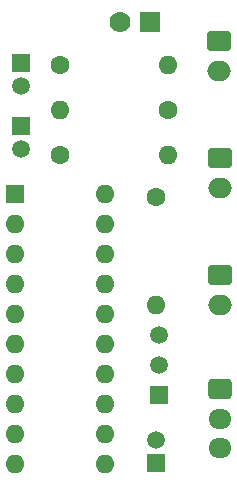
<source format=gbr>
%TF.GenerationSoftware,KiCad,Pcbnew,7.0.9*%
%TF.CreationDate,2025-02-10T23:12:55+01:00*%
%TF.ProjectId,shake,7368616b-652e-46b6-9963-61645f706362,rev?*%
%TF.SameCoordinates,Original*%
%TF.FileFunction,Soldermask,Top*%
%TF.FilePolarity,Negative*%
%FSLAX46Y46*%
G04 Gerber Fmt 4.6, Leading zero omitted, Abs format (unit mm)*
G04 Created by KiCad (PCBNEW 7.0.9) date 2025-02-10 23:12:55*
%MOMM*%
%LPD*%
G01*
G04 APERTURE LIST*
G04 Aperture macros list*
%AMRoundRect*
0 Rectangle with rounded corners*
0 $1 Rounding radius*
0 $2 $3 $4 $5 $6 $7 $8 $9 X,Y pos of 4 corners*
0 Add a 4 corners polygon primitive as box body*
4,1,4,$2,$3,$4,$5,$6,$7,$8,$9,$2,$3,0*
0 Add four circle primitives for the rounded corners*
1,1,$1+$1,$2,$3*
1,1,$1+$1,$4,$5*
1,1,$1+$1,$6,$7*
1,1,$1+$1,$8,$9*
0 Add four rect primitives between the rounded corners*
20,1,$1+$1,$2,$3,$4,$5,0*
20,1,$1+$1,$4,$5,$6,$7,0*
20,1,$1+$1,$6,$7,$8,$9,0*
20,1,$1+$1,$8,$9,$2,$3,0*%
G04 Aperture macros list end*
%ADD10C,1.600000*%
%ADD11O,1.600000X1.600000*%
%ADD12R,1.500000X1.500000*%
%ADD13C,1.500000*%
%ADD14RoundRect,0.250000X-0.750000X0.600000X-0.750000X-0.600000X0.750000X-0.600000X0.750000X0.600000X0*%
%ADD15O,2.000000X1.700000*%
%ADD16R,1.600000X1.600000*%
%ADD17R,1.778000X1.778000*%
%ADD18C,1.778000*%
%ADD19RoundRect,0.250000X-0.725000X0.600000X-0.725000X-0.600000X0.725000X-0.600000X0.725000X0.600000X0*%
%ADD20O,1.950000X1.700000*%
G04 APERTURE END LIST*
D10*
%TO.C,R3*%
X59436000Y-56642000D03*
D11*
X68580000Y-56642000D03*
%TD*%
D12*
%TO.C,C1*%
X56134000Y-56431401D03*
D13*
X56134000Y-58431401D03*
%TD*%
D10*
%TO.C,R2*%
X68570000Y-60447000D03*
D11*
X59426000Y-60447000D03*
%TD*%
D12*
%TO.C,C2*%
X56134000Y-61765401D03*
D13*
X56134000Y-63765401D03*
%TD*%
D14*
%TO.C,LED*%
X72934000Y-74437000D03*
D15*
X72934000Y-76937000D03*
%TD*%
D14*
%TO.C,CHRG*%
X72944000Y-64516000D03*
D15*
X72944000Y-67016000D03*
%TD*%
D10*
%TO.C,R1*%
X59426000Y-64257000D03*
D11*
X68570000Y-64257000D03*
%TD*%
D10*
%TO.C,R4*%
X67554000Y-67813000D03*
D11*
X67554000Y-76957000D03*
%TD*%
D12*
%TO.C,Q1*%
X67818000Y-84577000D03*
D13*
X67818000Y-82037000D03*
X67818000Y-79497000D03*
%TD*%
D16*
%TO.C,MSP430*%
X55626000Y-67564000D03*
D11*
X55626000Y-70104000D03*
X55626000Y-72644000D03*
X55626000Y-75184000D03*
X55626000Y-77724000D03*
X55626000Y-80264000D03*
X55626000Y-82804000D03*
X55626000Y-85344000D03*
X55626000Y-87884000D03*
X55626000Y-90424000D03*
X63246000Y-90424000D03*
X63246000Y-87884000D03*
X63246000Y-85344000D03*
X63246000Y-82804000D03*
X63246000Y-80264000D03*
X63246000Y-77724000D03*
X63246000Y-75184000D03*
X63246000Y-72644000D03*
X63246000Y-70104000D03*
X63246000Y-67564000D03*
%TD*%
D17*
%TO.C,SW*%
X67062000Y-53017500D03*
D18*
X64522000Y-53017500D03*
%TD*%
D19*
%TO.C,SNSR*%
X72934000Y-84109000D03*
D20*
X72934000Y-86609000D03*
X72934000Y-89109000D03*
%TD*%
D12*
%TO.C,C3*%
X67554000Y-90375600D03*
D13*
X67554000Y-88375600D03*
%TD*%
D14*
%TO.C,BAT*%
X72898000Y-54610000D03*
D15*
X72898000Y-57110000D03*
%TD*%
M02*

</source>
